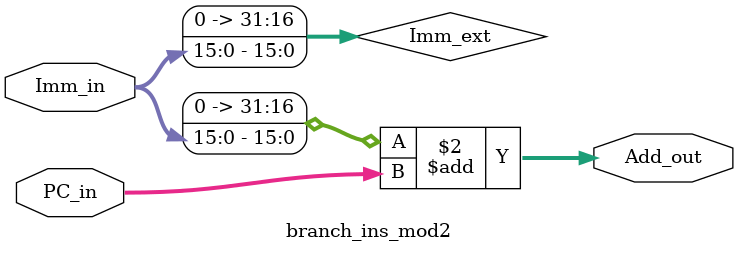
<source format=v>
`timescale 1ns / 1ps
module branch_ins_mod2(
    input [15:0] Imm_in,
    input [31:0] PC_in,
    output reg [31:0] Add_out
    );

reg[31:0] Imm_ext = 32'b0;

always @ (*)
begin

	Imm_ext[15:0] = Imm_in;
	Add_out = Imm_ext + PC_in;	

end
endmodule

</source>
